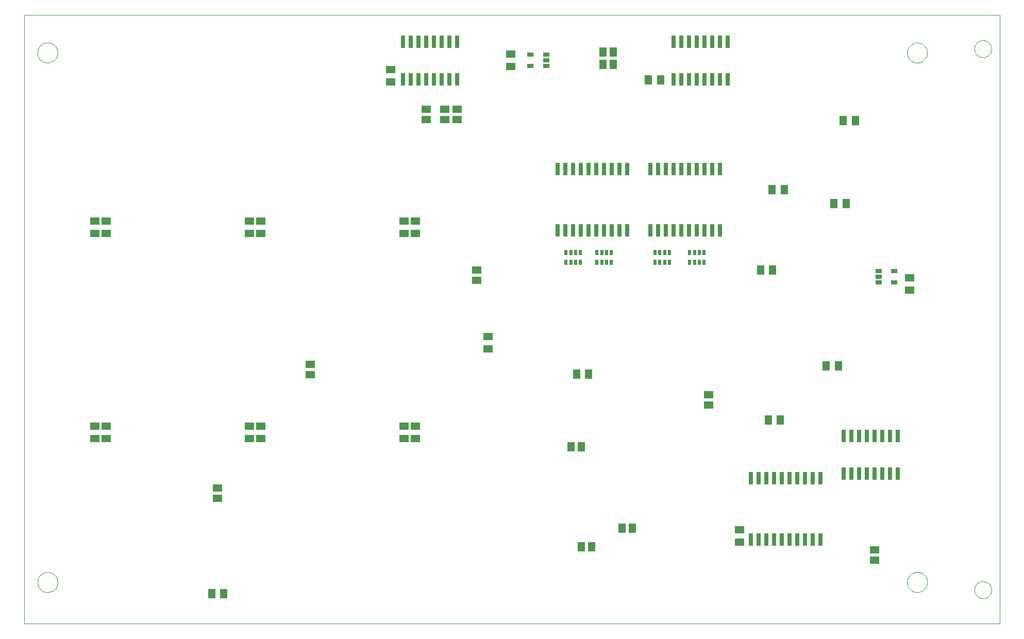
<source format=gbp>
G75*
G70*
%OFA0B0*%
%FSLAX24Y24*%
%IPPOS*%
%LPD*%
%AMOC8*
5,1,8,0,0,1.08239X$1,22.5*
%
%ADD10R,0.0260X0.0800*%
%ADD11R,0.0630X0.0512*%
%ADD12R,0.0591X0.0512*%
%ADD13R,0.0512X0.0591*%
%ADD14C,0.0000*%
%ADD15R,0.0390X0.0272*%
%ADD16R,0.0512X0.0630*%
%ADD17R,0.0197X0.0354*%
D10*
X039348Y032890D03*
X039848Y032890D03*
X040348Y032890D03*
X040848Y032890D03*
X041348Y032890D03*
X041848Y032890D03*
X042348Y032890D03*
X042848Y032890D03*
X043348Y032890D03*
X043848Y032890D03*
X045348Y032890D03*
X045848Y032890D03*
X046348Y032890D03*
X046848Y032890D03*
X047348Y032890D03*
X047848Y032890D03*
X048348Y032890D03*
X048848Y032890D03*
X049348Y032890D03*
X049848Y032890D03*
X049848Y036850D03*
X049348Y036850D03*
X048848Y036850D03*
X048348Y036850D03*
X047848Y036850D03*
X047348Y036850D03*
X046848Y036850D03*
X046348Y036850D03*
X045848Y036850D03*
X045348Y036850D03*
X043848Y036850D03*
X043348Y036850D03*
X042848Y036850D03*
X042348Y036850D03*
X041848Y036850D03*
X041348Y036850D03*
X040848Y036850D03*
X040348Y036850D03*
X039848Y036850D03*
X039348Y036850D03*
X032848Y042660D03*
X032348Y042660D03*
X031848Y042660D03*
X031348Y042660D03*
X030848Y042660D03*
X030348Y042660D03*
X029848Y042660D03*
X029348Y042660D03*
X029348Y045080D03*
X029848Y045080D03*
X030348Y045080D03*
X030848Y045080D03*
X031348Y045080D03*
X031848Y045080D03*
X032348Y045080D03*
X032848Y045080D03*
X046848Y045080D03*
X047348Y045080D03*
X047848Y045080D03*
X048348Y045080D03*
X048848Y045080D03*
X049348Y045080D03*
X049848Y045080D03*
X050348Y045080D03*
X050348Y042660D03*
X049848Y042660D03*
X049348Y042660D03*
X048848Y042660D03*
X048348Y042660D03*
X047848Y042660D03*
X047348Y042660D03*
X046848Y042660D03*
X057848Y019580D03*
X058348Y019580D03*
X058848Y019580D03*
X059348Y019580D03*
X059848Y019580D03*
X060348Y019580D03*
X060848Y019580D03*
X061348Y019580D03*
X061348Y017160D03*
X060848Y017160D03*
X060348Y017160D03*
X059848Y017160D03*
X059348Y017160D03*
X058848Y017160D03*
X058348Y017160D03*
X057848Y017160D03*
X056348Y016850D03*
X055848Y016850D03*
X055348Y016850D03*
X054848Y016850D03*
X054348Y016850D03*
X053848Y016850D03*
X053348Y016850D03*
X052848Y016850D03*
X052348Y016850D03*
X051848Y016850D03*
X051848Y012890D03*
X052348Y012890D03*
X052848Y012890D03*
X053348Y012890D03*
X053848Y012890D03*
X054348Y012890D03*
X054848Y012890D03*
X055348Y012890D03*
X055848Y012890D03*
X056348Y012890D03*
D11*
X051098Y012726D03*
X051098Y013513D03*
X034848Y025226D03*
X034848Y026013D03*
X030148Y020213D03*
X029398Y020213D03*
X029398Y019426D03*
X030148Y019426D03*
X020148Y019426D03*
X019398Y019426D03*
X019398Y020213D03*
X020148Y020213D03*
X010148Y020213D03*
X009398Y020213D03*
X009398Y019426D03*
X010148Y019426D03*
X010148Y032676D03*
X009398Y032676D03*
X009398Y033463D03*
X010148Y033463D03*
X019398Y033463D03*
X020148Y033463D03*
X020148Y032676D03*
X019398Y032676D03*
X029398Y032676D03*
X030148Y032676D03*
X030148Y033463D03*
X029398Y033463D03*
X028548Y042476D03*
X028548Y043263D03*
X036298Y043476D03*
X036298Y044263D03*
X062098Y029813D03*
X062098Y029026D03*
D12*
X049098Y022254D03*
X049098Y021585D03*
X059848Y012204D03*
X059848Y011535D03*
X034098Y029635D03*
X034098Y030304D03*
X023348Y024204D03*
X023348Y023535D03*
X017348Y016204D03*
X017348Y015535D03*
X030848Y040035D03*
X030848Y040704D03*
X032048Y040704D03*
X032848Y040704D03*
X032848Y040035D03*
X032048Y040035D03*
D13*
X042263Y043620D03*
X042933Y043620D03*
X042933Y044420D03*
X042263Y044420D03*
X040883Y018870D03*
X040213Y018870D03*
X043513Y013620D03*
X044183Y013620D03*
X041533Y012420D03*
X040863Y012420D03*
D14*
X004848Y007430D02*
X004848Y046810D01*
X067948Y046810D01*
X067948Y007430D01*
X004848Y007430D01*
X005698Y010120D02*
X005700Y010170D01*
X005706Y010220D01*
X005716Y010270D01*
X005729Y010318D01*
X005746Y010366D01*
X005767Y010412D01*
X005791Y010456D01*
X005819Y010498D01*
X005850Y010538D01*
X005884Y010575D01*
X005921Y010610D01*
X005960Y010641D01*
X006001Y010670D01*
X006045Y010695D01*
X006091Y010717D01*
X006138Y010735D01*
X006186Y010749D01*
X006235Y010760D01*
X006285Y010767D01*
X006335Y010770D01*
X006386Y010769D01*
X006436Y010764D01*
X006486Y010755D01*
X006534Y010743D01*
X006582Y010726D01*
X006628Y010706D01*
X006673Y010683D01*
X006716Y010656D01*
X006756Y010626D01*
X006794Y010593D01*
X006829Y010557D01*
X006862Y010518D01*
X006891Y010477D01*
X006917Y010434D01*
X006940Y010389D01*
X006959Y010342D01*
X006974Y010294D01*
X006986Y010245D01*
X006994Y010195D01*
X006998Y010145D01*
X006998Y010095D01*
X006994Y010045D01*
X006986Y009995D01*
X006974Y009946D01*
X006959Y009898D01*
X006940Y009851D01*
X006917Y009806D01*
X006891Y009763D01*
X006862Y009722D01*
X006829Y009683D01*
X006794Y009647D01*
X006756Y009614D01*
X006716Y009584D01*
X006673Y009557D01*
X006628Y009534D01*
X006582Y009514D01*
X006534Y009497D01*
X006486Y009485D01*
X006436Y009476D01*
X006386Y009471D01*
X006335Y009470D01*
X006285Y009473D01*
X006235Y009480D01*
X006186Y009491D01*
X006138Y009505D01*
X006091Y009523D01*
X006045Y009545D01*
X006001Y009570D01*
X005960Y009599D01*
X005921Y009630D01*
X005884Y009665D01*
X005850Y009702D01*
X005819Y009742D01*
X005791Y009784D01*
X005767Y009828D01*
X005746Y009874D01*
X005729Y009922D01*
X005716Y009970D01*
X005706Y010020D01*
X005700Y010070D01*
X005698Y010120D01*
X005698Y044370D02*
X005700Y044420D01*
X005706Y044470D01*
X005716Y044520D01*
X005729Y044568D01*
X005746Y044616D01*
X005767Y044662D01*
X005791Y044706D01*
X005819Y044748D01*
X005850Y044788D01*
X005884Y044825D01*
X005921Y044860D01*
X005960Y044891D01*
X006001Y044920D01*
X006045Y044945D01*
X006091Y044967D01*
X006138Y044985D01*
X006186Y044999D01*
X006235Y045010D01*
X006285Y045017D01*
X006335Y045020D01*
X006386Y045019D01*
X006436Y045014D01*
X006486Y045005D01*
X006534Y044993D01*
X006582Y044976D01*
X006628Y044956D01*
X006673Y044933D01*
X006716Y044906D01*
X006756Y044876D01*
X006794Y044843D01*
X006829Y044807D01*
X006862Y044768D01*
X006891Y044727D01*
X006917Y044684D01*
X006940Y044639D01*
X006959Y044592D01*
X006974Y044544D01*
X006986Y044495D01*
X006994Y044445D01*
X006998Y044395D01*
X006998Y044345D01*
X006994Y044295D01*
X006986Y044245D01*
X006974Y044196D01*
X006959Y044148D01*
X006940Y044101D01*
X006917Y044056D01*
X006891Y044013D01*
X006862Y043972D01*
X006829Y043933D01*
X006794Y043897D01*
X006756Y043864D01*
X006716Y043834D01*
X006673Y043807D01*
X006628Y043784D01*
X006582Y043764D01*
X006534Y043747D01*
X006486Y043735D01*
X006436Y043726D01*
X006386Y043721D01*
X006335Y043720D01*
X006285Y043723D01*
X006235Y043730D01*
X006186Y043741D01*
X006138Y043755D01*
X006091Y043773D01*
X006045Y043795D01*
X006001Y043820D01*
X005960Y043849D01*
X005921Y043880D01*
X005884Y043915D01*
X005850Y043952D01*
X005819Y043992D01*
X005791Y044034D01*
X005767Y044078D01*
X005746Y044124D01*
X005729Y044172D01*
X005716Y044220D01*
X005706Y044270D01*
X005700Y044320D01*
X005698Y044370D01*
X061948Y044370D02*
X061950Y044420D01*
X061956Y044470D01*
X061966Y044520D01*
X061979Y044568D01*
X061996Y044616D01*
X062017Y044662D01*
X062041Y044706D01*
X062069Y044748D01*
X062100Y044788D01*
X062134Y044825D01*
X062171Y044860D01*
X062210Y044891D01*
X062251Y044920D01*
X062295Y044945D01*
X062341Y044967D01*
X062388Y044985D01*
X062436Y044999D01*
X062485Y045010D01*
X062535Y045017D01*
X062585Y045020D01*
X062636Y045019D01*
X062686Y045014D01*
X062736Y045005D01*
X062784Y044993D01*
X062832Y044976D01*
X062878Y044956D01*
X062923Y044933D01*
X062966Y044906D01*
X063006Y044876D01*
X063044Y044843D01*
X063079Y044807D01*
X063112Y044768D01*
X063141Y044727D01*
X063167Y044684D01*
X063190Y044639D01*
X063209Y044592D01*
X063224Y044544D01*
X063236Y044495D01*
X063244Y044445D01*
X063248Y044395D01*
X063248Y044345D01*
X063244Y044295D01*
X063236Y044245D01*
X063224Y044196D01*
X063209Y044148D01*
X063190Y044101D01*
X063167Y044056D01*
X063141Y044013D01*
X063112Y043972D01*
X063079Y043933D01*
X063044Y043897D01*
X063006Y043864D01*
X062966Y043834D01*
X062923Y043807D01*
X062878Y043784D01*
X062832Y043764D01*
X062784Y043747D01*
X062736Y043735D01*
X062686Y043726D01*
X062636Y043721D01*
X062585Y043720D01*
X062535Y043723D01*
X062485Y043730D01*
X062436Y043741D01*
X062388Y043755D01*
X062341Y043773D01*
X062295Y043795D01*
X062251Y043820D01*
X062210Y043849D01*
X062171Y043880D01*
X062134Y043915D01*
X062100Y043952D01*
X062069Y043992D01*
X062041Y044034D01*
X062017Y044078D01*
X061996Y044124D01*
X061979Y044172D01*
X061966Y044220D01*
X061956Y044270D01*
X061950Y044320D01*
X061948Y044370D01*
X066298Y044620D02*
X066300Y044667D01*
X066306Y044713D01*
X066316Y044759D01*
X066329Y044803D01*
X066347Y044847D01*
X066368Y044888D01*
X066392Y044928D01*
X066420Y044966D01*
X066451Y045001D01*
X066485Y045033D01*
X066521Y045062D01*
X066560Y045088D01*
X066600Y045111D01*
X066643Y045130D01*
X066687Y045146D01*
X066732Y045158D01*
X066778Y045166D01*
X066825Y045170D01*
X066871Y045170D01*
X066918Y045166D01*
X066964Y045158D01*
X067009Y045146D01*
X067053Y045130D01*
X067096Y045111D01*
X067136Y045088D01*
X067175Y045062D01*
X067211Y045033D01*
X067245Y045001D01*
X067276Y044966D01*
X067304Y044928D01*
X067328Y044888D01*
X067349Y044847D01*
X067367Y044803D01*
X067380Y044759D01*
X067390Y044713D01*
X067396Y044667D01*
X067398Y044620D01*
X067396Y044573D01*
X067390Y044527D01*
X067380Y044481D01*
X067367Y044437D01*
X067349Y044393D01*
X067328Y044352D01*
X067304Y044312D01*
X067276Y044274D01*
X067245Y044239D01*
X067211Y044207D01*
X067175Y044178D01*
X067136Y044152D01*
X067096Y044129D01*
X067053Y044110D01*
X067009Y044094D01*
X066964Y044082D01*
X066918Y044074D01*
X066871Y044070D01*
X066825Y044070D01*
X066778Y044074D01*
X066732Y044082D01*
X066687Y044094D01*
X066643Y044110D01*
X066600Y044129D01*
X066560Y044152D01*
X066521Y044178D01*
X066485Y044207D01*
X066451Y044239D01*
X066420Y044274D01*
X066392Y044312D01*
X066368Y044352D01*
X066347Y044393D01*
X066329Y044437D01*
X066316Y044481D01*
X066306Y044527D01*
X066300Y044573D01*
X066298Y044620D01*
X061948Y010120D02*
X061950Y010170D01*
X061956Y010220D01*
X061966Y010270D01*
X061979Y010318D01*
X061996Y010366D01*
X062017Y010412D01*
X062041Y010456D01*
X062069Y010498D01*
X062100Y010538D01*
X062134Y010575D01*
X062171Y010610D01*
X062210Y010641D01*
X062251Y010670D01*
X062295Y010695D01*
X062341Y010717D01*
X062388Y010735D01*
X062436Y010749D01*
X062485Y010760D01*
X062535Y010767D01*
X062585Y010770D01*
X062636Y010769D01*
X062686Y010764D01*
X062736Y010755D01*
X062784Y010743D01*
X062832Y010726D01*
X062878Y010706D01*
X062923Y010683D01*
X062966Y010656D01*
X063006Y010626D01*
X063044Y010593D01*
X063079Y010557D01*
X063112Y010518D01*
X063141Y010477D01*
X063167Y010434D01*
X063190Y010389D01*
X063209Y010342D01*
X063224Y010294D01*
X063236Y010245D01*
X063244Y010195D01*
X063248Y010145D01*
X063248Y010095D01*
X063244Y010045D01*
X063236Y009995D01*
X063224Y009946D01*
X063209Y009898D01*
X063190Y009851D01*
X063167Y009806D01*
X063141Y009763D01*
X063112Y009722D01*
X063079Y009683D01*
X063044Y009647D01*
X063006Y009614D01*
X062966Y009584D01*
X062923Y009557D01*
X062878Y009534D01*
X062832Y009514D01*
X062784Y009497D01*
X062736Y009485D01*
X062686Y009476D01*
X062636Y009471D01*
X062585Y009470D01*
X062535Y009473D01*
X062485Y009480D01*
X062436Y009491D01*
X062388Y009505D01*
X062341Y009523D01*
X062295Y009545D01*
X062251Y009570D01*
X062210Y009599D01*
X062171Y009630D01*
X062134Y009665D01*
X062100Y009702D01*
X062069Y009742D01*
X062041Y009784D01*
X062017Y009828D01*
X061996Y009874D01*
X061979Y009922D01*
X061966Y009970D01*
X061956Y010020D01*
X061950Y010070D01*
X061948Y010120D01*
X066298Y009620D02*
X066300Y009667D01*
X066306Y009713D01*
X066316Y009759D01*
X066329Y009803D01*
X066347Y009847D01*
X066368Y009888D01*
X066392Y009928D01*
X066420Y009966D01*
X066451Y010001D01*
X066485Y010033D01*
X066521Y010062D01*
X066560Y010088D01*
X066600Y010111D01*
X066643Y010130D01*
X066687Y010146D01*
X066732Y010158D01*
X066778Y010166D01*
X066825Y010170D01*
X066871Y010170D01*
X066918Y010166D01*
X066964Y010158D01*
X067009Y010146D01*
X067053Y010130D01*
X067096Y010111D01*
X067136Y010088D01*
X067175Y010062D01*
X067211Y010033D01*
X067245Y010001D01*
X067276Y009966D01*
X067304Y009928D01*
X067328Y009888D01*
X067349Y009847D01*
X067367Y009803D01*
X067380Y009759D01*
X067390Y009713D01*
X067396Y009667D01*
X067398Y009620D01*
X067396Y009573D01*
X067390Y009527D01*
X067380Y009481D01*
X067367Y009437D01*
X067349Y009393D01*
X067328Y009352D01*
X067304Y009312D01*
X067276Y009274D01*
X067245Y009239D01*
X067211Y009207D01*
X067175Y009178D01*
X067136Y009152D01*
X067096Y009129D01*
X067053Y009110D01*
X067009Y009094D01*
X066964Y009082D01*
X066918Y009074D01*
X066871Y009070D01*
X066825Y009070D01*
X066778Y009074D01*
X066732Y009082D01*
X066687Y009094D01*
X066643Y009110D01*
X066600Y009129D01*
X066560Y009152D01*
X066521Y009178D01*
X066485Y009207D01*
X066451Y009239D01*
X066420Y009274D01*
X066392Y009312D01*
X066368Y009352D01*
X066347Y009393D01*
X066329Y009437D01*
X066316Y009481D01*
X066306Y009527D01*
X066300Y009573D01*
X066298Y009620D01*
D15*
X061110Y029496D03*
X061110Y030244D03*
X060090Y030244D03*
X060090Y029870D03*
X060090Y029496D03*
X038606Y043496D03*
X038606Y043870D03*
X038606Y044244D03*
X037586Y044244D03*
X037586Y043496D03*
D16*
X045204Y042620D03*
X045992Y042620D03*
X053204Y035520D03*
X053992Y035520D03*
X057204Y034620D03*
X057992Y034620D03*
X053242Y030320D03*
X052454Y030320D03*
X056704Y024120D03*
X057492Y024120D03*
X053742Y020620D03*
X052954Y020620D03*
X041342Y023570D03*
X040554Y023570D03*
X057804Y039970D03*
X058592Y039970D03*
X017742Y009370D03*
X016954Y009370D03*
D17*
X039875Y030805D03*
X040190Y030805D03*
X040505Y030805D03*
X040820Y030805D03*
X040820Y031434D03*
X040505Y031434D03*
X040190Y031434D03*
X039875Y031434D03*
X041875Y031434D03*
X042190Y031434D03*
X042505Y031434D03*
X042820Y031434D03*
X042820Y030805D03*
X042505Y030805D03*
X042190Y030805D03*
X041875Y030805D03*
X045625Y030805D03*
X045940Y030805D03*
X046255Y030805D03*
X046570Y030805D03*
X046570Y031434D03*
X046255Y031434D03*
X045940Y031434D03*
X045625Y031434D03*
X047875Y031434D03*
X048190Y031434D03*
X048505Y031434D03*
X048820Y031434D03*
X048820Y030805D03*
X048505Y030805D03*
X048190Y030805D03*
X047875Y030805D03*
M02*

</source>
